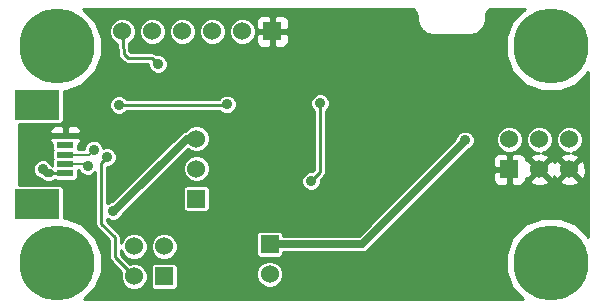
<source format=gbl>
G04 (created by PCBNEW (2013-07-07 BZR 4022)-stable) date 1/4/2015 11:10:14 AM*
%MOIN*%
G04 Gerber Fmt 3.4, Leading zero omitted, Abs format*
%FSLAX34Y34*%
G01*
G70*
G90*
G04 APERTURE LIST*
%ADD10C,0.00590551*%
%ADD11R,0.1496X0.0984*%
%ADD12R,0.0551X0.0197*%
%ADD13R,0.06X0.06*%
%ADD14C,0.06*%
%ADD15C,0.25*%
%ADD16C,0.035*%
%ADD17C,0.01*%
%ADD18C,0.008*%
%ADD19C,0.025*%
G04 APERTURE END LIST*
G54D10*
G54D11*
X44055Y-28956D03*
X44055Y-32264D03*
G54D12*
X45000Y-29980D03*
X45000Y-30295D03*
X45000Y-31240D03*
X45000Y-30925D03*
X45000Y-30610D03*
G54D13*
X49370Y-32082D03*
G54D14*
X49370Y-31082D03*
X49370Y-30082D03*
G54D13*
X48295Y-34673D03*
G54D14*
X47295Y-34673D03*
X48295Y-33673D03*
X47295Y-33673D03*
G54D13*
X51900Y-26500D03*
G54D14*
X50900Y-26500D03*
X49900Y-26500D03*
X48900Y-26500D03*
X47900Y-26500D03*
X46900Y-26500D03*
G54D15*
X44724Y-27007D03*
X44724Y-34212D03*
X61181Y-34212D03*
X61181Y-27007D03*
G54D13*
X51811Y-33594D03*
G54D14*
X51811Y-34594D03*
G54D13*
X59800Y-31100D03*
G54D14*
X59800Y-30100D03*
X60800Y-31100D03*
X60800Y-30100D03*
X61800Y-31100D03*
X61800Y-30100D03*
G54D16*
X50393Y-28937D03*
X46791Y-28956D03*
X45750Y-31000D03*
X45950Y-30450D03*
X48100Y-27600D03*
X46400Y-30700D03*
X46600Y-32500D03*
X58326Y-30137D03*
X52100Y-29600D03*
X54400Y-26900D03*
X55000Y-29100D03*
X50900Y-31800D03*
X57480Y-30039D03*
X47244Y-32519D03*
X46574Y-27559D03*
X46968Y-30236D03*
X55866Y-34251D03*
X56948Y-32381D03*
X53500Y-28900D03*
X53200Y-31500D03*
X44250Y-31100D03*
G54D17*
X46791Y-28956D02*
X50374Y-28956D01*
X50374Y-28956D02*
X50393Y-28937D01*
G54D18*
X45000Y-30925D02*
X45675Y-30925D01*
X45675Y-30925D02*
X45750Y-31000D01*
X45000Y-30610D02*
X45789Y-30610D01*
X45789Y-30610D02*
X45950Y-30450D01*
G54D17*
X46948Y-27248D02*
X46900Y-26500D01*
X47100Y-27400D02*
X46948Y-27248D01*
X47900Y-27400D02*
X47100Y-27400D01*
X48100Y-27600D02*
X47900Y-27400D01*
X46200Y-32283D02*
X46200Y-32912D01*
X46653Y-34031D02*
X47295Y-34673D01*
X46653Y-33366D02*
X46653Y-34031D01*
X46200Y-32912D02*
X46653Y-33366D01*
X46200Y-30900D02*
X46200Y-31100D01*
X46400Y-30700D02*
X46200Y-30900D01*
X46200Y-32283D02*
X46200Y-31100D01*
G54D19*
X46600Y-32500D02*
X46633Y-32500D01*
X46633Y-32500D02*
X49051Y-30082D01*
X49051Y-30082D02*
X49370Y-30082D01*
X58326Y-30137D02*
X58326Y-30173D01*
X54905Y-33594D02*
X51811Y-33594D01*
X58326Y-30173D02*
X54905Y-33594D01*
G54D17*
X53500Y-31200D02*
X53500Y-28900D01*
X53200Y-31500D02*
X53500Y-31200D01*
G54D19*
X44500Y-31240D02*
X44390Y-31240D01*
X44390Y-31240D02*
X44250Y-31100D01*
G54D17*
X44390Y-31240D02*
X44250Y-31100D01*
X45000Y-31240D02*
X44500Y-31240D01*
G54D10*
G36*
X62438Y-33349D02*
X62354Y-33265D01*
X62354Y-31181D01*
X62343Y-30963D01*
X62281Y-30812D01*
X62250Y-30803D01*
X62250Y-30010D01*
X62181Y-29845D01*
X62055Y-29718D01*
X61889Y-29650D01*
X61710Y-29649D01*
X61545Y-29718D01*
X61418Y-29844D01*
X61350Y-30010D01*
X61349Y-30189D01*
X61418Y-30354D01*
X61544Y-30481D01*
X61710Y-30549D01*
X61786Y-30549D01*
X61663Y-30556D01*
X61512Y-30618D01*
X61484Y-30714D01*
X61800Y-31029D01*
X62115Y-30714D01*
X62087Y-30618D01*
X61892Y-30548D01*
X62054Y-30481D01*
X62181Y-30355D01*
X62249Y-30189D01*
X62250Y-30010D01*
X62250Y-30803D01*
X62185Y-30784D01*
X61870Y-31100D01*
X62185Y-31415D01*
X62281Y-31387D01*
X62354Y-31181D01*
X62354Y-33265D01*
X62115Y-33025D01*
X62115Y-31485D01*
X61800Y-31170D01*
X61729Y-31241D01*
X61729Y-31100D01*
X61414Y-30784D01*
X61318Y-30812D01*
X61301Y-30860D01*
X61281Y-30812D01*
X61250Y-30803D01*
X61250Y-30010D01*
X61181Y-29845D01*
X61055Y-29718D01*
X60889Y-29650D01*
X60710Y-29649D01*
X60545Y-29718D01*
X60418Y-29844D01*
X60350Y-30010D01*
X60349Y-30189D01*
X60418Y-30354D01*
X60544Y-30481D01*
X60710Y-30549D01*
X60786Y-30549D01*
X60663Y-30556D01*
X60512Y-30618D01*
X60484Y-30714D01*
X60800Y-31029D01*
X61115Y-30714D01*
X61087Y-30618D01*
X60892Y-30548D01*
X61054Y-30481D01*
X61181Y-30355D01*
X61249Y-30189D01*
X61250Y-30010D01*
X61250Y-30803D01*
X61185Y-30784D01*
X60870Y-31100D01*
X61185Y-31415D01*
X61281Y-31387D01*
X61298Y-31339D01*
X61318Y-31387D01*
X61414Y-31415D01*
X61729Y-31100D01*
X61729Y-31241D01*
X61484Y-31485D01*
X61512Y-31581D01*
X61718Y-31654D01*
X61936Y-31643D01*
X62087Y-31581D01*
X62115Y-31485D01*
X62115Y-33025D01*
X62031Y-32941D01*
X61480Y-32712D01*
X61115Y-32712D01*
X61115Y-31485D01*
X60800Y-31170D01*
X60729Y-31241D01*
X60729Y-31100D01*
X60414Y-30784D01*
X60350Y-30803D01*
X60349Y-30750D01*
X60311Y-30658D01*
X60250Y-30596D01*
X60250Y-30010D01*
X60181Y-29845D01*
X60055Y-29718D01*
X59889Y-29650D01*
X59710Y-29649D01*
X59545Y-29718D01*
X59418Y-29844D01*
X59350Y-30010D01*
X59349Y-30189D01*
X59418Y-30354D01*
X59544Y-30481D01*
X59710Y-30549D01*
X59889Y-30550D01*
X60054Y-30481D01*
X60181Y-30355D01*
X60249Y-30189D01*
X60250Y-30010D01*
X60250Y-30596D01*
X60241Y-30587D01*
X60149Y-30549D01*
X59912Y-30550D01*
X59850Y-30612D01*
X59850Y-31050D01*
X59857Y-31050D01*
X59857Y-31150D01*
X59850Y-31150D01*
X59850Y-31587D01*
X59912Y-31650D01*
X60149Y-31650D01*
X60241Y-31612D01*
X60311Y-31541D01*
X60349Y-31449D01*
X60350Y-31396D01*
X60414Y-31415D01*
X60729Y-31100D01*
X60729Y-31241D01*
X60484Y-31485D01*
X60512Y-31581D01*
X60718Y-31654D01*
X60936Y-31643D01*
X61087Y-31581D01*
X61115Y-31485D01*
X61115Y-32712D01*
X60884Y-32712D01*
X60332Y-32940D01*
X59910Y-33361D01*
X59750Y-33747D01*
X59750Y-31587D01*
X59750Y-31150D01*
X59750Y-31050D01*
X59750Y-30612D01*
X59687Y-30550D01*
X59450Y-30549D01*
X59358Y-30587D01*
X59288Y-30658D01*
X59250Y-30750D01*
X59249Y-30849D01*
X59250Y-30987D01*
X59312Y-31050D01*
X59750Y-31050D01*
X59750Y-31150D01*
X59312Y-31150D01*
X59250Y-31212D01*
X59249Y-31350D01*
X59250Y-31449D01*
X59288Y-31541D01*
X59358Y-31612D01*
X59450Y-31650D01*
X59687Y-31650D01*
X59750Y-31587D01*
X59750Y-33747D01*
X59681Y-33912D01*
X59680Y-34509D01*
X59908Y-35061D01*
X60277Y-35431D01*
X58651Y-35431D01*
X58651Y-30073D01*
X58602Y-29953D01*
X58511Y-29862D01*
X58391Y-29812D01*
X58262Y-29812D01*
X58142Y-29862D01*
X58051Y-29953D01*
X58001Y-30072D01*
X58001Y-30109D01*
X54791Y-33319D01*
X53825Y-33319D01*
X53825Y-28835D01*
X53775Y-28716D01*
X53684Y-28624D01*
X53564Y-28575D01*
X53435Y-28574D01*
X53316Y-28624D01*
X53224Y-28715D01*
X53175Y-28835D01*
X53174Y-28964D01*
X53224Y-29083D01*
X53300Y-29159D01*
X53300Y-31117D01*
X53242Y-31175D01*
X53135Y-31174D01*
X53016Y-31224D01*
X52924Y-31315D01*
X52875Y-31435D01*
X52874Y-31564D01*
X52924Y-31683D01*
X53015Y-31775D01*
X53135Y-31824D01*
X53264Y-31825D01*
X53383Y-31775D01*
X53475Y-31684D01*
X53524Y-31564D01*
X53525Y-31457D01*
X53641Y-31341D01*
X53641Y-31341D01*
X53670Y-31298D01*
X53684Y-31276D01*
X53684Y-31276D01*
X53699Y-31200D01*
X53700Y-31200D01*
X53700Y-29159D01*
X53775Y-29084D01*
X53824Y-28964D01*
X53825Y-28835D01*
X53825Y-33319D01*
X52450Y-33319D01*
X52450Y-26750D01*
X52450Y-26249D01*
X52449Y-26150D01*
X52411Y-26058D01*
X52341Y-25987D01*
X52249Y-25949D01*
X52012Y-25950D01*
X51950Y-26012D01*
X51950Y-26450D01*
X52387Y-26450D01*
X52450Y-26387D01*
X52450Y-26249D01*
X52450Y-26750D01*
X52450Y-26612D01*
X52387Y-26550D01*
X51950Y-26550D01*
X51950Y-26987D01*
X52012Y-27050D01*
X52249Y-27050D01*
X52341Y-27012D01*
X52411Y-26941D01*
X52449Y-26849D01*
X52450Y-26750D01*
X52450Y-33319D01*
X52261Y-33319D01*
X52261Y-33264D01*
X52238Y-33209D01*
X52196Y-33167D01*
X52140Y-33144D01*
X52081Y-33144D01*
X51850Y-33144D01*
X51850Y-26987D01*
X51850Y-26550D01*
X51850Y-26450D01*
X51850Y-26012D01*
X51787Y-25950D01*
X51550Y-25949D01*
X51458Y-25987D01*
X51388Y-26058D01*
X51350Y-26150D01*
X51349Y-26249D01*
X51350Y-26387D01*
X51412Y-26450D01*
X51850Y-26450D01*
X51850Y-26550D01*
X51412Y-26550D01*
X51350Y-26612D01*
X51350Y-26410D01*
X51281Y-26245D01*
X51155Y-26118D01*
X50989Y-26050D01*
X50810Y-26049D01*
X50645Y-26118D01*
X50518Y-26244D01*
X50450Y-26410D01*
X50449Y-26589D01*
X50518Y-26754D01*
X50644Y-26881D01*
X50810Y-26949D01*
X50989Y-26950D01*
X51154Y-26881D01*
X51281Y-26755D01*
X51349Y-26589D01*
X51350Y-26410D01*
X51350Y-26612D01*
X51350Y-26612D01*
X51349Y-26750D01*
X51350Y-26849D01*
X51388Y-26941D01*
X51458Y-27012D01*
X51550Y-27050D01*
X51787Y-27050D01*
X51850Y-26987D01*
X51850Y-33144D01*
X51481Y-33144D01*
X51426Y-33167D01*
X51383Y-33209D01*
X51361Y-33264D01*
X51360Y-33324D01*
X51360Y-33924D01*
X51383Y-33979D01*
X51425Y-34021D01*
X51481Y-34044D01*
X51540Y-34044D01*
X52140Y-34044D01*
X52195Y-34021D01*
X52238Y-33979D01*
X52260Y-33924D01*
X52261Y-33869D01*
X54905Y-33869D01*
X55010Y-33848D01*
X55010Y-33848D01*
X55099Y-33788D01*
X58450Y-30438D01*
X58510Y-30413D01*
X58602Y-30322D01*
X58651Y-30202D01*
X58651Y-30073D01*
X58651Y-35431D01*
X52261Y-35431D01*
X52261Y-34505D01*
X52192Y-34339D01*
X52066Y-34213D01*
X51900Y-34144D01*
X51721Y-34144D01*
X51556Y-34212D01*
X51429Y-34339D01*
X51361Y-34504D01*
X51360Y-34683D01*
X51429Y-34849D01*
X51555Y-34975D01*
X51721Y-35044D01*
X51900Y-35044D01*
X52065Y-34976D01*
X52192Y-34849D01*
X52260Y-34684D01*
X52261Y-34505D01*
X52261Y-35431D01*
X50718Y-35431D01*
X50718Y-28872D01*
X50669Y-28753D01*
X50578Y-28661D01*
X50458Y-28612D01*
X50350Y-28611D01*
X50350Y-26410D01*
X50281Y-26245D01*
X50155Y-26118D01*
X49989Y-26050D01*
X49810Y-26049D01*
X49645Y-26118D01*
X49518Y-26244D01*
X49450Y-26410D01*
X49449Y-26589D01*
X49518Y-26754D01*
X49644Y-26881D01*
X49810Y-26949D01*
X49989Y-26950D01*
X50154Y-26881D01*
X50281Y-26755D01*
X50349Y-26589D01*
X50350Y-26410D01*
X50350Y-28611D01*
X50329Y-28611D01*
X50209Y-28661D01*
X50118Y-28752D01*
X50116Y-28756D01*
X49350Y-28756D01*
X49350Y-26410D01*
X49281Y-26245D01*
X49155Y-26118D01*
X48989Y-26050D01*
X48810Y-26049D01*
X48645Y-26118D01*
X48518Y-26244D01*
X48450Y-26410D01*
X48449Y-26589D01*
X48518Y-26754D01*
X48644Y-26881D01*
X48810Y-26949D01*
X48989Y-26950D01*
X49154Y-26881D01*
X49281Y-26755D01*
X49349Y-26589D01*
X49350Y-26410D01*
X49350Y-28756D01*
X48425Y-28756D01*
X48425Y-27535D01*
X48375Y-27416D01*
X48350Y-27390D01*
X48350Y-26410D01*
X48281Y-26245D01*
X48155Y-26118D01*
X47989Y-26050D01*
X47810Y-26049D01*
X47645Y-26118D01*
X47518Y-26244D01*
X47450Y-26410D01*
X47449Y-26589D01*
X47518Y-26754D01*
X47644Y-26881D01*
X47810Y-26949D01*
X47989Y-26950D01*
X48154Y-26881D01*
X48281Y-26755D01*
X48349Y-26589D01*
X48350Y-26410D01*
X48350Y-27390D01*
X48284Y-27324D01*
X48164Y-27275D01*
X48057Y-27274D01*
X48041Y-27258D01*
X47976Y-27215D01*
X47900Y-27200D01*
X47182Y-27200D01*
X47143Y-27160D01*
X47125Y-26893D01*
X47154Y-26881D01*
X47281Y-26755D01*
X47349Y-26589D01*
X47350Y-26410D01*
X47281Y-26245D01*
X47155Y-26118D01*
X46989Y-26050D01*
X46810Y-26049D01*
X46645Y-26118D01*
X46518Y-26244D01*
X46450Y-26410D01*
X46449Y-26589D01*
X46518Y-26754D01*
X46644Y-26881D01*
X46726Y-26915D01*
X46748Y-27261D01*
X46758Y-27299D01*
X46764Y-27325D01*
X46767Y-27329D01*
X46768Y-27337D01*
X46792Y-27367D01*
X46807Y-27390D01*
X46958Y-27541D01*
X47023Y-27584D01*
X47100Y-27600D01*
X47774Y-27600D01*
X47774Y-27664D01*
X47824Y-27783D01*
X47915Y-27875D01*
X48035Y-27924D01*
X48164Y-27925D01*
X48283Y-27875D01*
X48375Y-27784D01*
X48424Y-27664D01*
X48425Y-27535D01*
X48425Y-28756D01*
X47050Y-28756D01*
X46975Y-28681D01*
X46856Y-28631D01*
X46726Y-28631D01*
X46607Y-28681D01*
X46515Y-28772D01*
X46466Y-28891D01*
X46466Y-29021D01*
X46515Y-29140D01*
X46607Y-29232D01*
X46726Y-29281D01*
X46855Y-29281D01*
X46975Y-29232D01*
X47051Y-29156D01*
X50153Y-29156D01*
X50209Y-29212D01*
X50328Y-29261D01*
X50458Y-29262D01*
X50577Y-29212D01*
X50669Y-29121D01*
X50718Y-29001D01*
X50718Y-28872D01*
X50718Y-35431D01*
X49820Y-35431D01*
X49820Y-30993D01*
X49820Y-29993D01*
X49751Y-29828D01*
X49625Y-29701D01*
X49459Y-29632D01*
X49280Y-29632D01*
X49115Y-29700D01*
X48998Y-29818D01*
X48998Y-29818D01*
X48945Y-29828D01*
X48856Y-29888D01*
X46569Y-32174D01*
X46535Y-32174D01*
X46416Y-32224D01*
X46400Y-32240D01*
X46400Y-31100D01*
X46400Y-31025D01*
X46464Y-31025D01*
X46583Y-30975D01*
X46675Y-30884D01*
X46724Y-30764D01*
X46725Y-30635D01*
X46675Y-30516D01*
X46584Y-30424D01*
X46464Y-30375D01*
X46335Y-30374D01*
X46275Y-30399D01*
X46275Y-30385D01*
X46225Y-30266D01*
X46134Y-30174D01*
X46014Y-30125D01*
X45885Y-30124D01*
X45766Y-30174D01*
X45674Y-30265D01*
X45625Y-30385D01*
X45625Y-30420D01*
X45425Y-30420D01*
X45425Y-30364D01*
X45425Y-30282D01*
X45487Y-30220D01*
X45525Y-30128D01*
X45525Y-29832D01*
X45487Y-29740D01*
X45417Y-29669D01*
X45325Y-29631D01*
X45226Y-29631D01*
X45112Y-29631D01*
X45050Y-29694D01*
X45050Y-29930D01*
X45463Y-29930D01*
X45525Y-29868D01*
X45525Y-29832D01*
X45525Y-30128D01*
X45525Y-30091D01*
X45463Y-30029D01*
X45050Y-30029D01*
X45050Y-30038D01*
X44950Y-30038D01*
X44950Y-30029D01*
X44950Y-29930D01*
X44950Y-29694D01*
X44887Y-29631D01*
X44774Y-29631D01*
X44674Y-29631D01*
X44583Y-29669D01*
X44512Y-29740D01*
X44474Y-29832D01*
X44474Y-29868D01*
X44537Y-29930D01*
X44950Y-29930D01*
X44950Y-30029D01*
X44537Y-30029D01*
X44474Y-30091D01*
X44474Y-30128D01*
X44512Y-30220D01*
X44574Y-30282D01*
X44574Y-30423D01*
X44587Y-30452D01*
X44574Y-30481D01*
X44574Y-30541D01*
X44574Y-30738D01*
X44587Y-30767D01*
X44574Y-30796D01*
X44574Y-30856D01*
X44574Y-30980D01*
X44550Y-30975D01*
X44525Y-30916D01*
X44434Y-30824D01*
X44314Y-30775D01*
X44185Y-30774D01*
X44066Y-30824D01*
X43974Y-30915D01*
X43925Y-31035D01*
X43924Y-31164D01*
X43974Y-31283D01*
X44065Y-31375D01*
X44185Y-31424D01*
X44186Y-31424D01*
X44195Y-31434D01*
X44195Y-31434D01*
X44284Y-31494D01*
X44284Y-31494D01*
X44390Y-31515D01*
X44390Y-31515D01*
X44500Y-31515D01*
X44605Y-31494D01*
X44644Y-31467D01*
X44694Y-31488D01*
X44754Y-31488D01*
X45305Y-31488D01*
X45360Y-31465D01*
X45403Y-31423D01*
X45425Y-31368D01*
X45425Y-31309D01*
X45425Y-31115D01*
X45445Y-31115D01*
X45474Y-31183D01*
X45565Y-31275D01*
X45685Y-31324D01*
X45814Y-31325D01*
X45933Y-31275D01*
X46000Y-31209D01*
X46000Y-32283D01*
X46000Y-32912D01*
X46015Y-32989D01*
X46058Y-33054D01*
X46453Y-33448D01*
X46453Y-34031D01*
X46468Y-34108D01*
X46512Y-34172D01*
X46867Y-34528D01*
X46845Y-34583D01*
X46845Y-34762D01*
X46913Y-34927D01*
X47040Y-35054D01*
X47205Y-35123D01*
X47384Y-35123D01*
X47549Y-35054D01*
X47676Y-34928D01*
X47745Y-34763D01*
X47745Y-34584D01*
X47676Y-34418D01*
X47550Y-34291D01*
X47385Y-34223D01*
X47206Y-34223D01*
X47150Y-34245D01*
X46853Y-33948D01*
X46853Y-33782D01*
X46913Y-33927D01*
X47040Y-34054D01*
X47205Y-34123D01*
X47384Y-34123D01*
X47549Y-34054D01*
X47676Y-33928D01*
X47745Y-33763D01*
X47745Y-33584D01*
X47676Y-33418D01*
X47550Y-33291D01*
X47385Y-33223D01*
X47206Y-33223D01*
X47040Y-33291D01*
X46914Y-33417D01*
X46853Y-33563D01*
X46853Y-33366D01*
X46838Y-33289D01*
X46794Y-33224D01*
X46400Y-32829D01*
X46400Y-32759D01*
X46415Y-32775D01*
X46535Y-32824D01*
X46664Y-32825D01*
X46783Y-32775D01*
X46875Y-32684D01*
X46901Y-32621D01*
X49086Y-30435D01*
X49114Y-30463D01*
X49280Y-30532D01*
X49459Y-30532D01*
X49624Y-30464D01*
X49751Y-30337D01*
X49820Y-30172D01*
X49820Y-29993D01*
X49820Y-30993D01*
X49751Y-30828D01*
X49625Y-30701D01*
X49459Y-30632D01*
X49280Y-30632D01*
X49115Y-30700D01*
X48988Y-30827D01*
X48920Y-30992D01*
X48920Y-31171D01*
X48988Y-31337D01*
X49114Y-31463D01*
X49280Y-31532D01*
X49459Y-31532D01*
X49624Y-31464D01*
X49751Y-31337D01*
X49820Y-31172D01*
X49820Y-30993D01*
X49820Y-35431D01*
X49820Y-35431D01*
X49820Y-32352D01*
X49820Y-31752D01*
X49797Y-31697D01*
X49755Y-31655D01*
X49700Y-31632D01*
X49640Y-31632D01*
X49040Y-31632D01*
X48985Y-31655D01*
X48942Y-31697D01*
X48920Y-31752D01*
X48920Y-31812D01*
X48920Y-32412D01*
X48942Y-32467D01*
X48984Y-32509D01*
X49040Y-32532D01*
X49099Y-32532D01*
X49699Y-32532D01*
X49754Y-32509D01*
X49797Y-32467D01*
X49820Y-32412D01*
X49820Y-32352D01*
X49820Y-35431D01*
X48745Y-35431D01*
X48745Y-33584D01*
X48676Y-33418D01*
X48550Y-33291D01*
X48385Y-33223D01*
X48206Y-33223D01*
X48040Y-33291D01*
X47914Y-33417D01*
X47845Y-33583D01*
X47845Y-33762D01*
X47913Y-33927D01*
X48040Y-34054D01*
X48205Y-34123D01*
X48384Y-34123D01*
X48549Y-34054D01*
X48676Y-33928D01*
X48745Y-33763D01*
X48745Y-33584D01*
X48745Y-35431D01*
X48745Y-35431D01*
X48745Y-34943D01*
X48745Y-34343D01*
X48722Y-34288D01*
X48680Y-34246D01*
X48625Y-34223D01*
X48565Y-34223D01*
X47965Y-34223D01*
X47910Y-34245D01*
X47868Y-34288D01*
X47845Y-34343D01*
X47845Y-34402D01*
X47845Y-35002D01*
X47868Y-35058D01*
X47910Y-35100D01*
X47965Y-35123D01*
X48024Y-35123D01*
X48624Y-35123D01*
X48680Y-35100D01*
X48722Y-35058D01*
X48745Y-35003D01*
X48745Y-34943D01*
X48745Y-35431D01*
X45627Y-35431D01*
X45995Y-35063D01*
X46224Y-34512D01*
X46224Y-33915D01*
X45996Y-33364D01*
X45575Y-32941D01*
X45024Y-32712D01*
X44953Y-32712D01*
X44953Y-31742D01*
X44930Y-31687D01*
X44888Y-31645D01*
X44833Y-31622D01*
X44773Y-31622D01*
X43466Y-31622D01*
X43466Y-29598D01*
X44833Y-29598D01*
X44888Y-29575D01*
X44930Y-29533D01*
X44953Y-29478D01*
X44953Y-29418D01*
X44953Y-28508D01*
X45021Y-28508D01*
X45572Y-28280D01*
X45995Y-27858D01*
X46224Y-27307D01*
X46224Y-26710D01*
X45996Y-26159D01*
X45588Y-25750D01*
X56480Y-25750D01*
X56584Y-25770D01*
X56659Y-25820D01*
X56709Y-25896D01*
X56730Y-26000D01*
X56730Y-26082D01*
X56733Y-26098D01*
X56733Y-26113D01*
X56763Y-26264D01*
X56786Y-26321D01*
X56787Y-26322D01*
X56850Y-26416D01*
X56850Y-26450D01*
X56872Y-26450D01*
X56916Y-26493D01*
X56916Y-26493D01*
X57043Y-26578D01*
X57044Y-26579D01*
X57101Y-26602D01*
X57252Y-26632D01*
X57267Y-26632D01*
X57283Y-26635D01*
X58464Y-26635D01*
X58479Y-26632D01*
X58495Y-26632D01*
X58646Y-26603D01*
X58703Y-26579D01*
X58704Y-26578D01*
X58831Y-26493D01*
X58875Y-26449D01*
X58875Y-26449D01*
X58960Y-26322D01*
X58961Y-26321D01*
X58984Y-26264D01*
X59014Y-26113D01*
X59014Y-26098D01*
X59017Y-26082D01*
X59017Y-25999D01*
X59038Y-25895D01*
X59088Y-25821D01*
X59163Y-25770D01*
X59268Y-25750D01*
X60317Y-25750D01*
X59910Y-26157D01*
X59681Y-26708D01*
X59680Y-27304D01*
X59908Y-27856D01*
X60330Y-28278D01*
X60881Y-28507D01*
X61478Y-28508D01*
X62029Y-28280D01*
X62438Y-27871D01*
X62438Y-33349D01*
X62438Y-33349D01*
G37*
G54D17*
X62438Y-33349D02*
X62354Y-33265D01*
X62354Y-31181D01*
X62343Y-30963D01*
X62281Y-30812D01*
X62250Y-30803D01*
X62250Y-30010D01*
X62181Y-29845D01*
X62055Y-29718D01*
X61889Y-29650D01*
X61710Y-29649D01*
X61545Y-29718D01*
X61418Y-29844D01*
X61350Y-30010D01*
X61349Y-30189D01*
X61418Y-30354D01*
X61544Y-30481D01*
X61710Y-30549D01*
X61786Y-30549D01*
X61663Y-30556D01*
X61512Y-30618D01*
X61484Y-30714D01*
X61800Y-31029D01*
X62115Y-30714D01*
X62087Y-30618D01*
X61892Y-30548D01*
X62054Y-30481D01*
X62181Y-30355D01*
X62249Y-30189D01*
X62250Y-30010D01*
X62250Y-30803D01*
X62185Y-30784D01*
X61870Y-31100D01*
X62185Y-31415D01*
X62281Y-31387D01*
X62354Y-31181D01*
X62354Y-33265D01*
X62115Y-33025D01*
X62115Y-31485D01*
X61800Y-31170D01*
X61729Y-31241D01*
X61729Y-31100D01*
X61414Y-30784D01*
X61318Y-30812D01*
X61301Y-30860D01*
X61281Y-30812D01*
X61250Y-30803D01*
X61250Y-30010D01*
X61181Y-29845D01*
X61055Y-29718D01*
X60889Y-29650D01*
X60710Y-29649D01*
X60545Y-29718D01*
X60418Y-29844D01*
X60350Y-30010D01*
X60349Y-30189D01*
X60418Y-30354D01*
X60544Y-30481D01*
X60710Y-30549D01*
X60786Y-30549D01*
X60663Y-30556D01*
X60512Y-30618D01*
X60484Y-30714D01*
X60800Y-31029D01*
X61115Y-30714D01*
X61087Y-30618D01*
X60892Y-30548D01*
X61054Y-30481D01*
X61181Y-30355D01*
X61249Y-30189D01*
X61250Y-30010D01*
X61250Y-30803D01*
X61185Y-30784D01*
X60870Y-31100D01*
X61185Y-31415D01*
X61281Y-31387D01*
X61298Y-31339D01*
X61318Y-31387D01*
X61414Y-31415D01*
X61729Y-31100D01*
X61729Y-31241D01*
X61484Y-31485D01*
X61512Y-31581D01*
X61718Y-31654D01*
X61936Y-31643D01*
X62087Y-31581D01*
X62115Y-31485D01*
X62115Y-33025D01*
X62031Y-32941D01*
X61480Y-32712D01*
X61115Y-32712D01*
X61115Y-31485D01*
X60800Y-31170D01*
X60729Y-31241D01*
X60729Y-31100D01*
X60414Y-30784D01*
X60350Y-30803D01*
X60349Y-30750D01*
X60311Y-30658D01*
X60250Y-30596D01*
X60250Y-30010D01*
X60181Y-29845D01*
X60055Y-29718D01*
X59889Y-29650D01*
X59710Y-29649D01*
X59545Y-29718D01*
X59418Y-29844D01*
X59350Y-30010D01*
X59349Y-30189D01*
X59418Y-30354D01*
X59544Y-30481D01*
X59710Y-30549D01*
X59889Y-30550D01*
X60054Y-30481D01*
X60181Y-30355D01*
X60249Y-30189D01*
X60250Y-30010D01*
X60250Y-30596D01*
X60241Y-30587D01*
X60149Y-30549D01*
X59912Y-30550D01*
X59850Y-30612D01*
X59850Y-31050D01*
X59857Y-31050D01*
X59857Y-31150D01*
X59850Y-31150D01*
X59850Y-31587D01*
X59912Y-31650D01*
X60149Y-31650D01*
X60241Y-31612D01*
X60311Y-31541D01*
X60349Y-31449D01*
X60350Y-31396D01*
X60414Y-31415D01*
X60729Y-31100D01*
X60729Y-31241D01*
X60484Y-31485D01*
X60512Y-31581D01*
X60718Y-31654D01*
X60936Y-31643D01*
X61087Y-31581D01*
X61115Y-31485D01*
X61115Y-32712D01*
X60884Y-32712D01*
X60332Y-32940D01*
X59910Y-33361D01*
X59750Y-33747D01*
X59750Y-31587D01*
X59750Y-31150D01*
X59750Y-31050D01*
X59750Y-30612D01*
X59687Y-30550D01*
X59450Y-30549D01*
X59358Y-30587D01*
X59288Y-30658D01*
X59250Y-30750D01*
X59249Y-30849D01*
X59250Y-30987D01*
X59312Y-31050D01*
X59750Y-31050D01*
X59750Y-31150D01*
X59312Y-31150D01*
X59250Y-31212D01*
X59249Y-31350D01*
X59250Y-31449D01*
X59288Y-31541D01*
X59358Y-31612D01*
X59450Y-31650D01*
X59687Y-31650D01*
X59750Y-31587D01*
X59750Y-33747D01*
X59681Y-33912D01*
X59680Y-34509D01*
X59908Y-35061D01*
X60277Y-35431D01*
X58651Y-35431D01*
X58651Y-30073D01*
X58602Y-29953D01*
X58511Y-29862D01*
X58391Y-29812D01*
X58262Y-29812D01*
X58142Y-29862D01*
X58051Y-29953D01*
X58001Y-30072D01*
X58001Y-30109D01*
X54791Y-33319D01*
X53825Y-33319D01*
X53825Y-28835D01*
X53775Y-28716D01*
X53684Y-28624D01*
X53564Y-28575D01*
X53435Y-28574D01*
X53316Y-28624D01*
X53224Y-28715D01*
X53175Y-28835D01*
X53174Y-28964D01*
X53224Y-29083D01*
X53300Y-29159D01*
X53300Y-31117D01*
X53242Y-31175D01*
X53135Y-31174D01*
X53016Y-31224D01*
X52924Y-31315D01*
X52875Y-31435D01*
X52874Y-31564D01*
X52924Y-31683D01*
X53015Y-31775D01*
X53135Y-31824D01*
X53264Y-31825D01*
X53383Y-31775D01*
X53475Y-31684D01*
X53524Y-31564D01*
X53525Y-31457D01*
X53641Y-31341D01*
X53641Y-31341D01*
X53670Y-31298D01*
X53684Y-31276D01*
X53684Y-31276D01*
X53699Y-31200D01*
X53700Y-31200D01*
X53700Y-29159D01*
X53775Y-29084D01*
X53824Y-28964D01*
X53825Y-28835D01*
X53825Y-33319D01*
X52450Y-33319D01*
X52450Y-26750D01*
X52450Y-26249D01*
X52449Y-26150D01*
X52411Y-26058D01*
X52341Y-25987D01*
X52249Y-25949D01*
X52012Y-25950D01*
X51950Y-26012D01*
X51950Y-26450D01*
X52387Y-26450D01*
X52450Y-26387D01*
X52450Y-26249D01*
X52450Y-26750D01*
X52450Y-26612D01*
X52387Y-26550D01*
X51950Y-26550D01*
X51950Y-26987D01*
X52012Y-27050D01*
X52249Y-27050D01*
X52341Y-27012D01*
X52411Y-26941D01*
X52449Y-26849D01*
X52450Y-26750D01*
X52450Y-33319D01*
X52261Y-33319D01*
X52261Y-33264D01*
X52238Y-33209D01*
X52196Y-33167D01*
X52140Y-33144D01*
X52081Y-33144D01*
X51850Y-33144D01*
X51850Y-26987D01*
X51850Y-26550D01*
X51850Y-26450D01*
X51850Y-26012D01*
X51787Y-25950D01*
X51550Y-25949D01*
X51458Y-25987D01*
X51388Y-26058D01*
X51350Y-26150D01*
X51349Y-26249D01*
X51350Y-26387D01*
X51412Y-26450D01*
X51850Y-26450D01*
X51850Y-26550D01*
X51412Y-26550D01*
X51350Y-26612D01*
X51350Y-26410D01*
X51281Y-26245D01*
X51155Y-26118D01*
X50989Y-26050D01*
X50810Y-26049D01*
X50645Y-26118D01*
X50518Y-26244D01*
X50450Y-26410D01*
X50449Y-26589D01*
X50518Y-26754D01*
X50644Y-26881D01*
X50810Y-26949D01*
X50989Y-26950D01*
X51154Y-26881D01*
X51281Y-26755D01*
X51349Y-26589D01*
X51350Y-26410D01*
X51350Y-26612D01*
X51350Y-26612D01*
X51349Y-26750D01*
X51350Y-26849D01*
X51388Y-26941D01*
X51458Y-27012D01*
X51550Y-27050D01*
X51787Y-27050D01*
X51850Y-26987D01*
X51850Y-33144D01*
X51481Y-33144D01*
X51426Y-33167D01*
X51383Y-33209D01*
X51361Y-33264D01*
X51360Y-33324D01*
X51360Y-33924D01*
X51383Y-33979D01*
X51425Y-34021D01*
X51481Y-34044D01*
X51540Y-34044D01*
X52140Y-34044D01*
X52195Y-34021D01*
X52238Y-33979D01*
X52260Y-33924D01*
X52261Y-33869D01*
X54905Y-33869D01*
X55010Y-33848D01*
X55010Y-33848D01*
X55099Y-33788D01*
X58450Y-30438D01*
X58510Y-30413D01*
X58602Y-30322D01*
X58651Y-30202D01*
X58651Y-30073D01*
X58651Y-35431D01*
X52261Y-35431D01*
X52261Y-34505D01*
X52192Y-34339D01*
X52066Y-34213D01*
X51900Y-34144D01*
X51721Y-34144D01*
X51556Y-34212D01*
X51429Y-34339D01*
X51361Y-34504D01*
X51360Y-34683D01*
X51429Y-34849D01*
X51555Y-34975D01*
X51721Y-35044D01*
X51900Y-35044D01*
X52065Y-34976D01*
X52192Y-34849D01*
X52260Y-34684D01*
X52261Y-34505D01*
X52261Y-35431D01*
X50718Y-35431D01*
X50718Y-28872D01*
X50669Y-28753D01*
X50578Y-28661D01*
X50458Y-28612D01*
X50350Y-28611D01*
X50350Y-26410D01*
X50281Y-26245D01*
X50155Y-26118D01*
X49989Y-26050D01*
X49810Y-26049D01*
X49645Y-26118D01*
X49518Y-26244D01*
X49450Y-26410D01*
X49449Y-26589D01*
X49518Y-26754D01*
X49644Y-26881D01*
X49810Y-26949D01*
X49989Y-26950D01*
X50154Y-26881D01*
X50281Y-26755D01*
X50349Y-26589D01*
X50350Y-26410D01*
X50350Y-28611D01*
X50329Y-28611D01*
X50209Y-28661D01*
X50118Y-28752D01*
X50116Y-28756D01*
X49350Y-28756D01*
X49350Y-26410D01*
X49281Y-26245D01*
X49155Y-26118D01*
X48989Y-26050D01*
X48810Y-26049D01*
X48645Y-26118D01*
X48518Y-26244D01*
X48450Y-26410D01*
X48449Y-26589D01*
X48518Y-26754D01*
X48644Y-26881D01*
X48810Y-26949D01*
X48989Y-26950D01*
X49154Y-26881D01*
X49281Y-26755D01*
X49349Y-26589D01*
X49350Y-26410D01*
X49350Y-28756D01*
X48425Y-28756D01*
X48425Y-27535D01*
X48375Y-27416D01*
X48350Y-27390D01*
X48350Y-26410D01*
X48281Y-26245D01*
X48155Y-26118D01*
X47989Y-26050D01*
X47810Y-26049D01*
X47645Y-26118D01*
X47518Y-26244D01*
X47450Y-26410D01*
X47449Y-26589D01*
X47518Y-26754D01*
X47644Y-26881D01*
X47810Y-26949D01*
X47989Y-26950D01*
X48154Y-26881D01*
X48281Y-26755D01*
X48349Y-26589D01*
X48350Y-26410D01*
X48350Y-27390D01*
X48284Y-27324D01*
X48164Y-27275D01*
X48057Y-27274D01*
X48041Y-27258D01*
X47976Y-27215D01*
X47900Y-27200D01*
X47182Y-27200D01*
X47143Y-27160D01*
X47125Y-26893D01*
X47154Y-26881D01*
X47281Y-26755D01*
X47349Y-26589D01*
X47350Y-26410D01*
X47281Y-26245D01*
X47155Y-26118D01*
X46989Y-26050D01*
X46810Y-26049D01*
X46645Y-26118D01*
X46518Y-26244D01*
X46450Y-26410D01*
X46449Y-26589D01*
X46518Y-26754D01*
X46644Y-26881D01*
X46726Y-26915D01*
X46748Y-27261D01*
X46758Y-27299D01*
X46764Y-27325D01*
X46767Y-27329D01*
X46768Y-27337D01*
X46792Y-27367D01*
X46807Y-27390D01*
X46958Y-27541D01*
X47023Y-27584D01*
X47100Y-27600D01*
X47774Y-27600D01*
X47774Y-27664D01*
X47824Y-27783D01*
X47915Y-27875D01*
X48035Y-27924D01*
X48164Y-27925D01*
X48283Y-27875D01*
X48375Y-27784D01*
X48424Y-27664D01*
X48425Y-27535D01*
X48425Y-28756D01*
X47050Y-28756D01*
X46975Y-28681D01*
X46856Y-28631D01*
X46726Y-28631D01*
X46607Y-28681D01*
X46515Y-28772D01*
X46466Y-28891D01*
X46466Y-29021D01*
X46515Y-29140D01*
X46607Y-29232D01*
X46726Y-29281D01*
X46855Y-29281D01*
X46975Y-29232D01*
X47051Y-29156D01*
X50153Y-29156D01*
X50209Y-29212D01*
X50328Y-29261D01*
X50458Y-29262D01*
X50577Y-29212D01*
X50669Y-29121D01*
X50718Y-29001D01*
X50718Y-28872D01*
X50718Y-35431D01*
X49820Y-35431D01*
X49820Y-30993D01*
X49820Y-29993D01*
X49751Y-29828D01*
X49625Y-29701D01*
X49459Y-29632D01*
X49280Y-29632D01*
X49115Y-29700D01*
X48998Y-29818D01*
X48998Y-29818D01*
X48945Y-29828D01*
X48856Y-29888D01*
X46569Y-32174D01*
X46535Y-32174D01*
X46416Y-32224D01*
X46400Y-32240D01*
X46400Y-31100D01*
X46400Y-31025D01*
X46464Y-31025D01*
X46583Y-30975D01*
X46675Y-30884D01*
X46724Y-30764D01*
X46725Y-30635D01*
X46675Y-30516D01*
X46584Y-30424D01*
X46464Y-30375D01*
X46335Y-30374D01*
X46275Y-30399D01*
X46275Y-30385D01*
X46225Y-30266D01*
X46134Y-30174D01*
X46014Y-30125D01*
X45885Y-30124D01*
X45766Y-30174D01*
X45674Y-30265D01*
X45625Y-30385D01*
X45625Y-30420D01*
X45425Y-30420D01*
X45425Y-30364D01*
X45425Y-30282D01*
X45487Y-30220D01*
X45525Y-30128D01*
X45525Y-29832D01*
X45487Y-29740D01*
X45417Y-29669D01*
X45325Y-29631D01*
X45226Y-29631D01*
X45112Y-29631D01*
X45050Y-29694D01*
X45050Y-29930D01*
X45463Y-29930D01*
X45525Y-29868D01*
X45525Y-29832D01*
X45525Y-30128D01*
X45525Y-30091D01*
X45463Y-30029D01*
X45050Y-30029D01*
X45050Y-30038D01*
X44950Y-30038D01*
X44950Y-30029D01*
X44950Y-29930D01*
X44950Y-29694D01*
X44887Y-29631D01*
X44774Y-29631D01*
X44674Y-29631D01*
X44583Y-29669D01*
X44512Y-29740D01*
X44474Y-29832D01*
X44474Y-29868D01*
X44537Y-29930D01*
X44950Y-29930D01*
X44950Y-30029D01*
X44537Y-30029D01*
X44474Y-30091D01*
X44474Y-30128D01*
X44512Y-30220D01*
X44574Y-30282D01*
X44574Y-30423D01*
X44587Y-30452D01*
X44574Y-30481D01*
X44574Y-30541D01*
X44574Y-30738D01*
X44587Y-30767D01*
X44574Y-30796D01*
X44574Y-30856D01*
X44574Y-30980D01*
X44550Y-30975D01*
X44525Y-30916D01*
X44434Y-30824D01*
X44314Y-30775D01*
X44185Y-30774D01*
X44066Y-30824D01*
X43974Y-30915D01*
X43925Y-31035D01*
X43924Y-31164D01*
X43974Y-31283D01*
X44065Y-31375D01*
X44185Y-31424D01*
X44186Y-31424D01*
X44195Y-31434D01*
X44195Y-31434D01*
X44284Y-31494D01*
X44284Y-31494D01*
X44390Y-31515D01*
X44390Y-31515D01*
X44500Y-31515D01*
X44605Y-31494D01*
X44644Y-31467D01*
X44694Y-31488D01*
X44754Y-31488D01*
X45305Y-31488D01*
X45360Y-31465D01*
X45403Y-31423D01*
X45425Y-31368D01*
X45425Y-31309D01*
X45425Y-31115D01*
X45445Y-31115D01*
X45474Y-31183D01*
X45565Y-31275D01*
X45685Y-31324D01*
X45814Y-31325D01*
X45933Y-31275D01*
X46000Y-31209D01*
X46000Y-32283D01*
X46000Y-32912D01*
X46015Y-32989D01*
X46058Y-33054D01*
X46453Y-33448D01*
X46453Y-34031D01*
X46468Y-34108D01*
X46512Y-34172D01*
X46867Y-34528D01*
X46845Y-34583D01*
X46845Y-34762D01*
X46913Y-34927D01*
X47040Y-35054D01*
X47205Y-35123D01*
X47384Y-35123D01*
X47549Y-35054D01*
X47676Y-34928D01*
X47745Y-34763D01*
X47745Y-34584D01*
X47676Y-34418D01*
X47550Y-34291D01*
X47385Y-34223D01*
X47206Y-34223D01*
X47150Y-34245D01*
X46853Y-33948D01*
X46853Y-33782D01*
X46913Y-33927D01*
X47040Y-34054D01*
X47205Y-34123D01*
X47384Y-34123D01*
X47549Y-34054D01*
X47676Y-33928D01*
X47745Y-33763D01*
X47745Y-33584D01*
X47676Y-33418D01*
X47550Y-33291D01*
X47385Y-33223D01*
X47206Y-33223D01*
X47040Y-33291D01*
X46914Y-33417D01*
X46853Y-33563D01*
X46853Y-33366D01*
X46838Y-33289D01*
X46794Y-33224D01*
X46400Y-32829D01*
X46400Y-32759D01*
X46415Y-32775D01*
X46535Y-32824D01*
X46664Y-32825D01*
X46783Y-32775D01*
X46875Y-32684D01*
X46901Y-32621D01*
X49086Y-30435D01*
X49114Y-30463D01*
X49280Y-30532D01*
X49459Y-30532D01*
X49624Y-30464D01*
X49751Y-30337D01*
X49820Y-30172D01*
X49820Y-29993D01*
X49820Y-30993D01*
X49751Y-30828D01*
X49625Y-30701D01*
X49459Y-30632D01*
X49280Y-30632D01*
X49115Y-30700D01*
X48988Y-30827D01*
X48920Y-30992D01*
X48920Y-31171D01*
X48988Y-31337D01*
X49114Y-31463D01*
X49280Y-31532D01*
X49459Y-31532D01*
X49624Y-31464D01*
X49751Y-31337D01*
X49820Y-31172D01*
X49820Y-30993D01*
X49820Y-35431D01*
X49820Y-35431D01*
X49820Y-32352D01*
X49820Y-31752D01*
X49797Y-31697D01*
X49755Y-31655D01*
X49700Y-31632D01*
X49640Y-31632D01*
X49040Y-31632D01*
X48985Y-31655D01*
X48942Y-31697D01*
X48920Y-31752D01*
X48920Y-31812D01*
X48920Y-32412D01*
X48942Y-32467D01*
X48984Y-32509D01*
X49040Y-32532D01*
X49099Y-32532D01*
X49699Y-32532D01*
X49754Y-32509D01*
X49797Y-32467D01*
X49820Y-32412D01*
X49820Y-32352D01*
X49820Y-35431D01*
X48745Y-35431D01*
X48745Y-33584D01*
X48676Y-33418D01*
X48550Y-33291D01*
X48385Y-33223D01*
X48206Y-33223D01*
X48040Y-33291D01*
X47914Y-33417D01*
X47845Y-33583D01*
X47845Y-33762D01*
X47913Y-33927D01*
X48040Y-34054D01*
X48205Y-34123D01*
X48384Y-34123D01*
X48549Y-34054D01*
X48676Y-33928D01*
X48745Y-33763D01*
X48745Y-33584D01*
X48745Y-35431D01*
X48745Y-35431D01*
X48745Y-34943D01*
X48745Y-34343D01*
X48722Y-34288D01*
X48680Y-34246D01*
X48625Y-34223D01*
X48565Y-34223D01*
X47965Y-34223D01*
X47910Y-34245D01*
X47868Y-34288D01*
X47845Y-34343D01*
X47845Y-34402D01*
X47845Y-35002D01*
X47868Y-35058D01*
X47910Y-35100D01*
X47965Y-35123D01*
X48024Y-35123D01*
X48624Y-35123D01*
X48680Y-35100D01*
X48722Y-35058D01*
X48745Y-35003D01*
X48745Y-34943D01*
X48745Y-35431D01*
X45627Y-35431D01*
X45995Y-35063D01*
X46224Y-34512D01*
X46224Y-33915D01*
X45996Y-33364D01*
X45575Y-32941D01*
X45024Y-32712D01*
X44953Y-32712D01*
X44953Y-31742D01*
X44930Y-31687D01*
X44888Y-31645D01*
X44833Y-31622D01*
X44773Y-31622D01*
X43466Y-31622D01*
X43466Y-29598D01*
X44833Y-29598D01*
X44888Y-29575D01*
X44930Y-29533D01*
X44953Y-29478D01*
X44953Y-29418D01*
X44953Y-28508D01*
X45021Y-28508D01*
X45572Y-28280D01*
X45995Y-27858D01*
X46224Y-27307D01*
X46224Y-26710D01*
X45996Y-26159D01*
X45588Y-25750D01*
X56480Y-25750D01*
X56584Y-25770D01*
X56659Y-25820D01*
X56709Y-25896D01*
X56730Y-26000D01*
X56730Y-26082D01*
X56733Y-26098D01*
X56733Y-26113D01*
X56763Y-26264D01*
X56786Y-26321D01*
X56787Y-26322D01*
X56850Y-26416D01*
X56850Y-26450D01*
X56872Y-26450D01*
X56916Y-26493D01*
X56916Y-26493D01*
X57043Y-26578D01*
X57044Y-26579D01*
X57101Y-26602D01*
X57252Y-26632D01*
X57267Y-26632D01*
X57283Y-26635D01*
X58464Y-26635D01*
X58479Y-26632D01*
X58495Y-26632D01*
X58646Y-26603D01*
X58703Y-26579D01*
X58704Y-26578D01*
X58831Y-26493D01*
X58875Y-26449D01*
X58875Y-26449D01*
X58960Y-26322D01*
X58961Y-26321D01*
X58984Y-26264D01*
X59014Y-26113D01*
X59014Y-26098D01*
X59017Y-26082D01*
X59017Y-25999D01*
X59038Y-25895D01*
X59088Y-25821D01*
X59163Y-25770D01*
X59268Y-25750D01*
X60317Y-25750D01*
X59910Y-26157D01*
X59681Y-26708D01*
X59680Y-27304D01*
X59908Y-27856D01*
X60330Y-28278D01*
X60881Y-28507D01*
X61478Y-28508D01*
X62029Y-28280D01*
X62438Y-27871D01*
X62438Y-33349D01*
M02*

</source>
